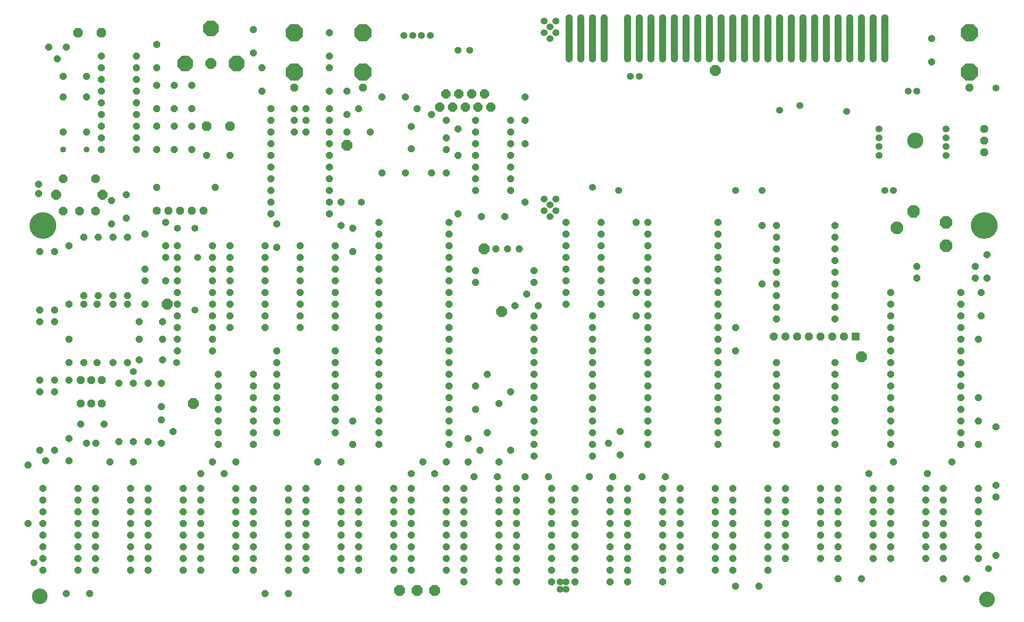
<source format=gts>
G75*
%MOIN*%
%OFA0B0*%
%FSLAX25Y25*%
%IPPOS*%
%LPD*%
%AMOC8*
5,1,8,0,0,1.08239X$1,22.5*
%
%ADD10C,0.13398*%
%ADD11C,0.22800*%
%ADD12C,0.05918*%
%ADD13OC8,0.10800*%
%ADD14OC8,0.06000*%
%ADD15C,0.02160*%
%ADD16OC8,0.08300*%
%ADD17OC8,0.04769*%
%ADD18OC8,0.06800*%
%ADD19C,0.13800*%
%ADD20OC8,0.07296*%
%ADD21OC8,0.08477*%
%ADD22OC8,0.07850*%
%ADD23OC8,0.06737*%
%ADD24R,0.06737X0.06737*%
%ADD25OC8,0.09300*%
%ADD26C,0.05220*%
%ADD27OC8,0.14643*%
%ADD28OC8,0.09050*%
%ADD29OC8,0.13500*%
%ADD30C,0.05950*%
D10*
X0032600Y0027600D03*
X0842600Y0025100D03*
D11*
X0840100Y0345100D03*
X0035100Y0345100D03*
D12*
X0027600Y0056350D03*
X0850100Y0462600D03*
D13*
X0807600Y0347600D03*
X0807600Y0327600D03*
D14*
X0782600Y0310100D03*
X0782600Y0300100D03*
X0760100Y0287600D03*
X0760100Y0277600D03*
X0760100Y0267600D03*
X0760100Y0257600D03*
X0760100Y0247600D03*
X0760100Y0237600D03*
X0760100Y0227600D03*
X0760100Y0217600D03*
X0760100Y0207600D03*
X0760100Y0197600D03*
X0760100Y0187600D03*
X0760100Y0177600D03*
X0760100Y0167600D03*
X0760100Y0157600D03*
X0762600Y0142600D03*
X0741350Y0132600D03*
X0745100Y0120100D03*
X0745100Y0110100D03*
X0745100Y0100100D03*
X0745100Y0090100D03*
X0745100Y0080100D03*
X0745100Y0070100D03*
X0745100Y0060100D03*
X0760100Y0060100D03*
X0760100Y0070100D03*
X0760100Y0080100D03*
X0760100Y0090100D03*
X0760100Y0100100D03*
X0760100Y0110100D03*
X0760100Y0120100D03*
X0790100Y0120100D03*
X0790100Y0110100D03*
X0790100Y0100100D03*
X0790100Y0090100D03*
X0790100Y0080100D03*
X0790100Y0070100D03*
X0790100Y0060100D03*
X0805100Y0060100D03*
X0805100Y0070100D03*
X0805100Y0080100D03*
X0805100Y0090100D03*
X0805100Y0100100D03*
X0805100Y0110100D03*
X0805100Y0120100D03*
X0791350Y0132600D03*
X0812600Y0142600D03*
X0820100Y0157600D03*
X0820100Y0167600D03*
X0820100Y0177600D03*
X0820100Y0187600D03*
X0820100Y0197600D03*
X0820100Y0207600D03*
X0820100Y0217600D03*
X0820100Y0227600D03*
X0820100Y0237600D03*
X0820100Y0247600D03*
X0820100Y0257600D03*
X0820100Y0267600D03*
X0820100Y0277600D03*
X0820100Y0287600D03*
X0837600Y0287600D03*
X0832600Y0300100D03*
X0842600Y0300100D03*
X0832600Y0310100D03*
X0842600Y0320100D03*
X0837600Y0267600D03*
X0835100Y0247600D03*
X0835100Y0197600D03*
X0835100Y0177600D03*
X0850100Y0172600D03*
X0835100Y0157600D03*
X0835100Y0120100D03*
X0835100Y0110100D03*
X0835100Y0100100D03*
X0835100Y0090100D03*
X0835100Y0080100D03*
X0835100Y0070100D03*
X0835100Y0060100D03*
X0850100Y0062600D03*
X0825100Y0042600D03*
X0805100Y0042600D03*
X0735100Y0042600D03*
X0715100Y0042600D03*
X0715100Y0060100D03*
X0715100Y0070100D03*
X0700100Y0070100D03*
X0700100Y0060100D03*
X0700100Y0080100D03*
X0715100Y0080100D03*
X0715100Y0090100D03*
X0700100Y0090100D03*
X0700100Y0100100D03*
X0715100Y0100100D03*
X0715100Y0110100D03*
X0700100Y0110100D03*
X0700100Y0120100D03*
X0715100Y0120100D03*
X0670100Y0120100D03*
X0655100Y0120100D03*
X0655100Y0110100D03*
X0670100Y0110100D03*
X0670100Y0100100D03*
X0655100Y0100100D03*
X0655100Y0090100D03*
X0670100Y0090100D03*
X0670100Y0080100D03*
X0655100Y0080100D03*
X0655100Y0070100D03*
X0655100Y0060100D03*
X0670100Y0060100D03*
X0670100Y0070100D03*
X0655100Y0050100D03*
X0647600Y0036350D03*
X0627600Y0036350D03*
X0625100Y0050100D03*
X0625100Y0060100D03*
X0625100Y0070100D03*
X0625100Y0080100D03*
X0625100Y0090100D03*
X0625100Y0100100D03*
X0625100Y0110100D03*
X0625100Y0120100D03*
X0610100Y0120100D03*
X0610100Y0110100D03*
X0610100Y0100100D03*
X0610100Y0090100D03*
X0610100Y0080100D03*
X0610100Y0070100D03*
X0610100Y0060100D03*
X0610100Y0050100D03*
X0580100Y0050100D03*
X0580100Y0060100D03*
X0580100Y0070100D03*
X0580100Y0080100D03*
X0580100Y0090100D03*
X0580100Y0100100D03*
X0580100Y0110100D03*
X0580100Y0120100D03*
X0567600Y0130100D03*
X0565100Y0120100D03*
X0565100Y0110100D03*
X0565100Y0100100D03*
X0565100Y0090100D03*
X0565100Y0080100D03*
X0565100Y0070100D03*
X0565100Y0060100D03*
X0565100Y0050100D03*
X0565100Y0040100D03*
X0535100Y0040100D03*
X0535100Y0050100D03*
X0535100Y0060100D03*
X0535100Y0070100D03*
X0535100Y0080100D03*
X0535100Y0090100D03*
X0535100Y0100100D03*
X0535100Y0110100D03*
X0535100Y0120100D03*
X0547600Y0130100D03*
X0522600Y0130100D03*
X0520100Y0120100D03*
X0520100Y0110100D03*
X0520100Y0100100D03*
X0520100Y0090100D03*
X0520100Y0080100D03*
X0520100Y0070100D03*
X0520100Y0060100D03*
X0520100Y0050100D03*
X0520100Y0040100D03*
X0490100Y0040100D03*
X0490100Y0050100D03*
X0490100Y0060100D03*
X0490100Y0070100D03*
X0490100Y0080100D03*
X0490100Y0090100D03*
X0490100Y0100100D03*
X0490100Y0110100D03*
X0490100Y0120100D03*
X0502600Y0130100D03*
X0505100Y0147600D03*
X0505100Y0157600D03*
X0505100Y0167600D03*
X0505100Y0177600D03*
X0505100Y0187600D03*
X0505100Y0197600D03*
X0505100Y0207600D03*
X0505100Y0217600D03*
X0505100Y0227600D03*
X0505100Y0237600D03*
X0505100Y0247600D03*
X0505100Y0257600D03*
X0505100Y0267600D03*
X0512600Y0277600D03*
X0512600Y0287600D03*
X0512600Y0297600D03*
X0512600Y0307600D03*
X0512600Y0317600D03*
X0512600Y0327600D03*
X0512600Y0337600D03*
X0512600Y0347600D03*
X0482600Y0347600D03*
X0482600Y0337600D03*
X0482600Y0327600D03*
X0482600Y0317600D03*
X0482600Y0307600D03*
X0482600Y0297600D03*
X0482600Y0287600D03*
X0482600Y0277600D03*
X0458850Y0276350D03*
X0455100Y0267600D03*
X0455100Y0257600D03*
X0455100Y0247600D03*
X0455100Y0237600D03*
X0455100Y0227600D03*
X0455100Y0217600D03*
X0455100Y0207600D03*
X0455100Y0197600D03*
X0455100Y0187600D03*
X0455100Y0177600D03*
X0455100Y0167600D03*
X0455100Y0157600D03*
X0455100Y0147600D03*
X0435100Y0152600D03*
X0425100Y0142600D03*
X0408850Y0152600D03*
X0398850Y0162600D03*
X0382600Y0157600D03*
X0382600Y0167600D03*
X0382600Y0177600D03*
X0382600Y0187600D03*
X0382600Y0197600D03*
X0382600Y0207600D03*
X0382600Y0217600D03*
X0382600Y0227600D03*
X0382600Y0237600D03*
X0382600Y0247600D03*
X0382600Y0257600D03*
X0382600Y0267600D03*
X0382600Y0277600D03*
X0382600Y0287600D03*
X0382600Y0297600D03*
X0382600Y0307600D03*
X0382600Y0317600D03*
X0382600Y0327600D03*
X0382600Y0337600D03*
X0382600Y0347600D03*
X0390100Y0355100D03*
X0410100Y0352600D03*
X0430100Y0352600D03*
X0447600Y0365100D03*
X0435100Y0375100D03*
X0435100Y0385100D03*
X0435100Y0395100D03*
X0435100Y0405100D03*
X0435100Y0415100D03*
X0435100Y0425100D03*
X0435100Y0435100D03*
X0447600Y0435100D03*
X0447600Y0455100D03*
X0405100Y0435100D03*
X0405100Y0425100D03*
X0405100Y0415100D03*
X0405100Y0405100D03*
X0405100Y0395100D03*
X0405100Y0385100D03*
X0405100Y0375100D03*
X0380100Y0390100D03*
X0367600Y0390100D03*
X0345100Y0390100D03*
X0325100Y0390100D03*
X0350100Y0410600D03*
X0380100Y0410100D03*
X0390100Y0405100D03*
X0380100Y0420100D03*
X0390100Y0427600D03*
X0380100Y0435100D03*
X0367600Y0440100D03*
X0355100Y0445100D03*
X0345100Y0455100D03*
X0325100Y0455100D03*
X0305100Y0445100D03*
X0295100Y0440100D03*
X0280100Y0435100D03*
X0280100Y0425100D03*
X0295100Y0425100D03*
X0280100Y0415100D03*
X0280100Y0405100D03*
X0280100Y0395100D03*
X0280100Y0385100D03*
X0280100Y0375100D03*
X0280100Y0365100D03*
X0290100Y0365100D03*
X0280100Y0355100D03*
X0290100Y0345100D03*
X0300100Y0342600D03*
X0322600Y0337600D03*
X0322600Y0327600D03*
X0322600Y0317600D03*
X0322600Y0307600D03*
X0322600Y0297600D03*
X0322600Y0287600D03*
X0322600Y0277600D03*
X0322600Y0267600D03*
X0322600Y0257600D03*
X0322600Y0247600D03*
X0322600Y0237600D03*
X0322600Y0227600D03*
X0322600Y0217600D03*
X0322600Y0207600D03*
X0322600Y0197600D03*
X0322600Y0187600D03*
X0322600Y0177600D03*
X0322600Y0167600D03*
X0322600Y0157600D03*
X0300100Y0157600D03*
X0285100Y0167600D03*
X0285100Y0177600D03*
X0285100Y0187600D03*
X0285100Y0197600D03*
X0285100Y0207600D03*
X0285100Y0217600D03*
X0285100Y0227600D03*
X0285100Y0237600D03*
X0285100Y0257600D03*
X0285100Y0267600D03*
X0285100Y0277600D03*
X0285100Y0287600D03*
X0285100Y0297600D03*
X0285100Y0307600D03*
X0285100Y0317600D03*
X0285100Y0327600D03*
X0300100Y0322600D03*
X0322600Y0347600D03*
X0255100Y0327600D03*
X0255100Y0317600D03*
X0255100Y0307600D03*
X0255100Y0297600D03*
X0255100Y0287600D03*
X0255100Y0277600D03*
X0255100Y0267600D03*
X0255100Y0257600D03*
X0235100Y0237600D03*
X0235100Y0227600D03*
X0235100Y0217600D03*
X0235100Y0207600D03*
X0235100Y0197600D03*
X0235100Y0187600D03*
X0235100Y0177600D03*
X0235100Y0167600D03*
X0215100Y0167600D03*
X0215100Y0157600D03*
X0215100Y0177600D03*
X0215100Y0187600D03*
X0215100Y0197600D03*
X0215100Y0207600D03*
X0215100Y0217600D03*
X0185100Y0217600D03*
X0185100Y0207600D03*
X0185100Y0197600D03*
X0185100Y0187600D03*
X0185100Y0177600D03*
X0185100Y0167600D03*
X0185100Y0157600D03*
X0180100Y0142600D03*
X0170100Y0132600D03*
X0170100Y0120100D03*
X0170100Y0110100D03*
X0170100Y0100100D03*
X0170100Y0090100D03*
X0170100Y0080100D03*
X0170100Y0070100D03*
X0170100Y0060100D03*
X0170100Y0050100D03*
X0155100Y0050100D03*
X0155100Y0060100D03*
X0155100Y0070100D03*
X0155100Y0080100D03*
X0155100Y0090100D03*
X0155100Y0100100D03*
X0155100Y0110100D03*
X0155100Y0120100D03*
X0125100Y0120100D03*
X0125100Y0110100D03*
X0125100Y0100100D03*
X0125100Y0090100D03*
X0125100Y0080100D03*
X0125100Y0070100D03*
X0125100Y0060100D03*
X0125100Y0050100D03*
X0110100Y0050100D03*
X0110100Y0060100D03*
X0110100Y0070100D03*
X0110100Y0080100D03*
X0110100Y0090100D03*
X0110100Y0100100D03*
X0110100Y0110100D03*
X0110100Y0120100D03*
X0080100Y0120100D03*
X0080100Y0110100D03*
X0080100Y0100100D03*
X0080100Y0090100D03*
X0080100Y0080100D03*
X0080100Y0070100D03*
X0080100Y0060100D03*
X0080100Y0050100D03*
X0065100Y0050100D03*
X0065100Y0060100D03*
X0065100Y0070100D03*
X0065100Y0080100D03*
X0065100Y0090100D03*
X0065100Y0100100D03*
X0065100Y0110100D03*
X0065100Y0120100D03*
X0035100Y0120100D03*
X0035100Y0110100D03*
X0035100Y0100100D03*
X0035100Y0090100D03*
X0035100Y0080100D03*
X0035100Y0070100D03*
X0035100Y0060100D03*
X0035100Y0050100D03*
X0055100Y0030100D03*
X0075100Y0030100D03*
X0022600Y0090100D03*
X0022600Y0140100D03*
X0037600Y0143850D03*
X0032600Y0152600D03*
X0045100Y0152600D03*
X0057600Y0162600D03*
X0072350Y0158850D03*
X0080350Y0158850D03*
X0100100Y0160100D03*
X0112600Y0160100D03*
X0125100Y0160100D03*
X0136350Y0158850D03*
X0146350Y0168850D03*
X0136350Y0178850D03*
X0136350Y0190100D03*
X0136350Y0210100D03*
X0125100Y0210100D03*
X0112600Y0210100D03*
X0100100Y0210100D03*
X0095100Y0227600D03*
X0081350Y0227600D03*
X0070100Y0227600D03*
X0057600Y0227600D03*
X0057600Y0212600D03*
X0045100Y0212600D03*
X0045100Y0202600D03*
X0032600Y0202600D03*
X0032600Y0212600D03*
X0057600Y0247600D03*
X0045100Y0262600D03*
X0045100Y0272600D03*
X0057600Y0277600D03*
X0070100Y0277600D03*
X0070100Y0285100D03*
X0082600Y0285100D03*
X0081350Y0277600D03*
X0095100Y0277600D03*
X0095100Y0285100D03*
X0107600Y0285100D03*
X0107600Y0277600D03*
X0122600Y0277600D03*
X0117600Y0262600D03*
X0137600Y0262600D03*
X0150100Y0257600D03*
X0150100Y0247600D03*
X0150100Y0237600D03*
X0137600Y0230100D03*
X0117600Y0230100D03*
X0107600Y0227600D03*
X0117600Y0247600D03*
X0137600Y0247600D03*
X0150100Y0267600D03*
X0150100Y0277600D03*
X0150100Y0287600D03*
X0150100Y0297600D03*
X0140100Y0297600D03*
X0150100Y0307600D03*
X0150100Y0317600D03*
X0140100Y0317600D03*
X0140100Y0327600D03*
X0150100Y0327600D03*
X0122600Y0337600D03*
X0107600Y0335100D03*
X0095100Y0335100D03*
X0082600Y0335100D03*
X0070100Y0335100D03*
X0057600Y0327600D03*
X0045100Y0322600D03*
X0032600Y0322600D03*
X0093850Y0346350D03*
X0106350Y0351350D03*
X0093850Y0366350D03*
X0106350Y0371350D03*
X0132600Y0377600D03*
X0140100Y0347600D03*
X0180100Y0327600D03*
X0180100Y0317600D03*
X0180100Y0307600D03*
X0180100Y0297600D03*
X0180100Y0287600D03*
X0180100Y0277600D03*
X0180100Y0267600D03*
X0180100Y0257600D03*
X0180100Y0247600D03*
X0180100Y0237600D03*
X0195100Y0257600D03*
X0195100Y0267600D03*
X0195100Y0277600D03*
X0195100Y0287600D03*
X0195100Y0297600D03*
X0195100Y0307600D03*
X0195100Y0317600D03*
X0195100Y0327600D03*
X0225100Y0327600D03*
X0235100Y0326350D03*
X0225100Y0317600D03*
X0225100Y0307600D03*
X0225100Y0297600D03*
X0225100Y0287600D03*
X0225100Y0277600D03*
X0225100Y0267600D03*
X0225100Y0257600D03*
X0122600Y0297600D03*
X0122600Y0307600D03*
X0032600Y0272600D03*
X0032600Y0262600D03*
X0067600Y0175100D03*
X0087600Y0175100D03*
X0092600Y0142600D03*
X0112600Y0142600D03*
X0057600Y0143850D03*
X0190100Y0132600D03*
X0200100Y0142600D03*
X0200100Y0120100D03*
X0200100Y0110100D03*
X0200100Y0100100D03*
X0200100Y0090100D03*
X0200100Y0080100D03*
X0200100Y0070100D03*
X0200100Y0060100D03*
X0200100Y0050100D03*
X0215100Y0050100D03*
X0215100Y0060100D03*
X0215100Y0070100D03*
X0215100Y0080100D03*
X0215100Y0090100D03*
X0215100Y0100100D03*
X0215100Y0110100D03*
X0215100Y0120100D03*
X0245100Y0120100D03*
X0260100Y0120100D03*
X0260100Y0110100D03*
X0245100Y0110100D03*
X0245100Y0100100D03*
X0260100Y0100100D03*
X0260100Y0090100D03*
X0245100Y0090100D03*
X0245100Y0080100D03*
X0260100Y0080100D03*
X0260100Y0070100D03*
X0260100Y0060100D03*
X0245100Y0060100D03*
X0245100Y0070100D03*
X0245100Y0050100D03*
X0260100Y0050100D03*
X0245100Y0030100D03*
X0225100Y0030100D03*
X0290100Y0050100D03*
X0305100Y0050100D03*
X0305100Y0060100D03*
X0305100Y0070100D03*
X0290100Y0070100D03*
X0290100Y0060100D03*
X0290100Y0080100D03*
X0305100Y0080100D03*
X0305100Y0090100D03*
X0290100Y0090100D03*
X0290100Y0100100D03*
X0305100Y0100100D03*
X0305100Y0110100D03*
X0290100Y0110100D03*
X0290100Y0120100D03*
X0305100Y0120100D03*
X0290100Y0142600D03*
X0270100Y0142600D03*
X0300100Y0177600D03*
X0360100Y0142600D03*
X0350100Y0132600D03*
X0350100Y0120100D03*
X0350100Y0110100D03*
X0350100Y0100100D03*
X0350100Y0090100D03*
X0350100Y0080100D03*
X0350100Y0070100D03*
X0350100Y0060100D03*
X0350100Y0050100D03*
X0335100Y0050100D03*
X0335100Y0060100D03*
X0335100Y0070100D03*
X0335100Y0080100D03*
X0335100Y0090100D03*
X0335100Y0100100D03*
X0335100Y0110100D03*
X0335100Y0120100D03*
X0370100Y0132600D03*
X0380100Y0142600D03*
X0398850Y0142600D03*
X0403850Y0130100D03*
X0395100Y0120100D03*
X0395100Y0110100D03*
X0395100Y0100100D03*
X0395100Y0090100D03*
X0395100Y0080100D03*
X0395100Y0070100D03*
X0395100Y0060100D03*
X0395100Y0050100D03*
X0395100Y0040100D03*
X0380100Y0050100D03*
X0380100Y0060100D03*
X0380100Y0070100D03*
X0380100Y0080100D03*
X0380100Y0090100D03*
X0380100Y0100100D03*
X0380100Y0110100D03*
X0380100Y0120100D03*
X0423850Y0130100D03*
X0425100Y0120100D03*
X0425100Y0110100D03*
X0425100Y0100100D03*
X0425100Y0090100D03*
X0425100Y0080100D03*
X0425100Y0070100D03*
X0425100Y0060100D03*
X0425100Y0050100D03*
X0425100Y0040100D03*
X0440100Y0040100D03*
X0440100Y0050100D03*
X0440100Y0060100D03*
X0440100Y0070100D03*
X0440100Y0080100D03*
X0440100Y0090100D03*
X0440100Y0100100D03*
X0440100Y0110100D03*
X0440100Y0120100D03*
X0447600Y0130100D03*
X0467600Y0130100D03*
X0470100Y0120100D03*
X0470100Y0110100D03*
X0470100Y0100100D03*
X0470100Y0090100D03*
X0470100Y0080100D03*
X0470100Y0070100D03*
X0470100Y0060100D03*
X0470100Y0050100D03*
X0470100Y0040100D03*
X0528850Y0148850D03*
X0518850Y0158850D03*
X0528850Y0168850D03*
X0552600Y0167600D03*
X0552600Y0157600D03*
X0552600Y0177600D03*
X0552600Y0187600D03*
X0552600Y0197600D03*
X0552600Y0207600D03*
X0552600Y0217600D03*
X0552600Y0227600D03*
X0552600Y0237600D03*
X0552600Y0247600D03*
X0552600Y0257600D03*
X0552600Y0267600D03*
X0542600Y0267600D03*
X0552600Y0277600D03*
X0552600Y0287600D03*
X0552600Y0297600D03*
X0542600Y0297600D03*
X0542600Y0287600D03*
X0552600Y0307600D03*
X0552600Y0317600D03*
X0552600Y0327600D03*
X0552600Y0337600D03*
X0552600Y0347600D03*
X0542600Y0347600D03*
X0612600Y0347600D03*
X0612600Y0337600D03*
X0612600Y0327600D03*
X0612600Y0317600D03*
X0612600Y0307600D03*
X0612600Y0297600D03*
X0612600Y0287600D03*
X0612600Y0277600D03*
X0612600Y0267600D03*
X0612600Y0257600D03*
X0627600Y0257600D03*
X0612600Y0247600D03*
X0612600Y0237600D03*
X0627600Y0237600D03*
X0612600Y0227600D03*
X0612600Y0217600D03*
X0612600Y0207600D03*
X0612600Y0197600D03*
X0612600Y0187600D03*
X0612600Y0177600D03*
X0612600Y0167600D03*
X0612600Y0157600D03*
X0662600Y0157600D03*
X0662600Y0167600D03*
X0662600Y0177600D03*
X0662600Y0187600D03*
X0662600Y0197600D03*
X0662600Y0207600D03*
X0662600Y0217600D03*
X0662600Y0227600D03*
X0712600Y0227600D03*
X0712600Y0217600D03*
X0712600Y0207600D03*
X0712600Y0197600D03*
X0712600Y0187600D03*
X0712600Y0177600D03*
X0712600Y0167600D03*
X0712600Y0157600D03*
X0850100Y0122600D03*
X0850100Y0112600D03*
X0712600Y0265100D03*
X0712600Y0275100D03*
X0712600Y0285100D03*
X0712600Y0295100D03*
X0712600Y0305100D03*
X0712600Y0315100D03*
X0712600Y0325100D03*
X0712600Y0335100D03*
X0712600Y0345100D03*
X0662600Y0345100D03*
X0650100Y0345100D03*
X0662600Y0335100D03*
X0662600Y0325100D03*
X0662600Y0315100D03*
X0662600Y0305100D03*
X0662600Y0295100D03*
X0650100Y0295100D03*
X0662600Y0285100D03*
X0662600Y0275100D03*
X0662600Y0265100D03*
X0455100Y0296350D03*
X0455100Y0306350D03*
X0442600Y0325100D03*
X0432600Y0325100D03*
X0422600Y0325100D03*
X0405100Y0306350D03*
X0405100Y0296350D03*
X0438850Y0276350D03*
X0448850Y0286350D03*
X0415100Y0217600D03*
X0405100Y0207600D03*
X0425100Y0192600D03*
X0435100Y0202600D03*
X0405100Y0187600D03*
X0415100Y0167600D03*
X0235100Y0346350D03*
X0230100Y0355100D03*
X0230100Y0365100D03*
X0230100Y0375100D03*
X0230100Y0385100D03*
X0230100Y0395100D03*
X0230100Y0405100D03*
X0230100Y0415100D03*
X0230100Y0425100D03*
X0230100Y0435100D03*
X0230100Y0445100D03*
X0222600Y0460100D03*
X0250100Y0445100D03*
X0260100Y0445100D03*
X0260100Y0435100D03*
X0250100Y0435100D03*
X0250100Y0425100D03*
X0260100Y0425100D03*
X0280100Y0445100D03*
X0280100Y0460100D03*
X0295100Y0460100D03*
X0280100Y0480100D03*
X0280100Y0490100D03*
X0280100Y0510100D03*
X0222600Y0480100D03*
X0215100Y0492600D03*
X0215100Y0512600D03*
X0162600Y0465100D03*
X0147600Y0465100D03*
X0132600Y0465100D03*
X0115100Y0460100D03*
X0115100Y0450100D03*
X0115100Y0440100D03*
X0115100Y0430100D03*
X0115100Y0420100D03*
X0115100Y0410100D03*
X0132600Y0410100D03*
X0147600Y0410100D03*
X0162600Y0410100D03*
X0175100Y0405100D03*
X0195100Y0405100D03*
X0182600Y0377600D03*
X0162600Y0430100D03*
X0147600Y0430100D03*
X0132600Y0430100D03*
X0132600Y0445100D03*
X0147600Y0445100D03*
X0162600Y0445100D03*
X0115100Y0470100D03*
X0115100Y0480100D03*
X0115100Y0490100D03*
X0132600Y0480100D03*
X0132600Y0500100D03*
X0085100Y0490100D03*
X0085100Y0480100D03*
X0072600Y0472600D03*
X0085100Y0470100D03*
X0085100Y0460100D03*
X0085100Y0450100D03*
X0072600Y0455100D03*
X0085100Y0440100D03*
X0085100Y0430100D03*
X0072600Y0425100D03*
X0085100Y0420100D03*
X0085100Y0410100D03*
X0052600Y0425100D03*
X0052600Y0455100D03*
X0052600Y0472600D03*
X0047600Y0487600D03*
X0040100Y0497600D03*
X0055100Y0497600D03*
X0031350Y0380350D03*
X0031350Y0372350D03*
X0315100Y0425100D03*
X0350100Y0429600D03*
X0447600Y0415100D03*
X0795100Y0485100D03*
X0795100Y0505100D03*
D15*
X0776432Y0356462D02*
X0775352Y0355382D01*
X0775352Y0358960D01*
X0777882Y0361490D01*
X0781460Y0361490D01*
X0783990Y0358960D01*
X0783990Y0355382D01*
X0781460Y0352852D01*
X0777882Y0352852D01*
X0775352Y0355382D01*
X0776972Y0356053D01*
X0776972Y0358289D01*
X0778553Y0359870D01*
X0780789Y0359870D01*
X0782370Y0358289D01*
X0782370Y0356053D01*
X0780789Y0354472D01*
X0778553Y0354472D01*
X0776972Y0356053D01*
X0778592Y0356724D01*
X0778592Y0357618D01*
X0779224Y0358250D01*
X0780118Y0358250D01*
X0780750Y0357618D01*
X0780750Y0356724D01*
X0780118Y0356092D01*
X0779224Y0356092D01*
X0778592Y0356724D01*
X0762290Y0342320D02*
X0761210Y0341240D01*
X0761210Y0344818D01*
X0763740Y0347348D01*
X0767318Y0347348D01*
X0769848Y0344818D01*
X0769848Y0341240D01*
X0767318Y0338710D01*
X0763740Y0338710D01*
X0761210Y0341240D01*
X0762830Y0341911D01*
X0762830Y0344147D01*
X0764411Y0345728D01*
X0766647Y0345728D01*
X0768228Y0344147D01*
X0768228Y0341911D01*
X0766647Y0340330D01*
X0764411Y0340330D01*
X0762830Y0341911D01*
X0764450Y0342582D01*
X0764450Y0343476D01*
X0765082Y0344108D01*
X0765976Y0344108D01*
X0766608Y0343476D01*
X0766608Y0342582D01*
X0765976Y0341950D01*
X0765082Y0341950D01*
X0764450Y0342582D01*
D16*
X0195100Y0430100D03*
X0175100Y0430100D03*
X0085100Y0510100D03*
X0065100Y0510100D03*
D17*
X0072600Y0410100D03*
X0052600Y0410100D03*
D18*
X0067350Y0212600D03*
X0076350Y0212600D03*
X0085350Y0212600D03*
X0085350Y0192600D03*
X0076350Y0192600D03*
X0067350Y0192600D03*
X0840100Y0407600D03*
X0840100Y0417600D03*
X0840100Y0427600D03*
D19*
X0781100Y0417600D03*
D20*
X0080208Y0385208D03*
X0052492Y0385208D03*
X0052492Y0357492D03*
X0066350Y0357492D03*
X0080208Y0357492D03*
D21*
X0086114Y0371350D03*
X0046586Y0371350D03*
D22*
X0374550Y0446359D03*
X0385450Y0446359D03*
X0396350Y0446359D03*
X0407250Y0446359D03*
X0418150Y0446359D03*
X0412700Y0457555D03*
X0401800Y0457555D03*
X0390900Y0457555D03*
X0380000Y0457555D03*
D23*
X0308850Y0462915D03*
X0250100Y0462915D03*
X0172600Y0357600D03*
X0162600Y0357600D03*
X0152600Y0357600D03*
X0142600Y0357600D03*
X0132600Y0357600D03*
X0660100Y0250100D03*
X0670100Y0250100D03*
X0680100Y0250100D03*
X0690100Y0250100D03*
X0700100Y0250100D03*
X0710100Y0250100D03*
X0720100Y0250100D03*
X0827600Y0462915D03*
D24*
X0730100Y0250100D03*
D25*
X0735100Y0232600D03*
X0427600Y0271350D03*
X0412600Y0325100D03*
X0295100Y0413850D03*
X0141350Y0277600D03*
X0163850Y0192600D03*
X0340100Y0032600D03*
X0355100Y0032600D03*
X0370100Y0032600D03*
X0610100Y0477600D03*
D26*
X0605390Y0487310D02*
X0605390Y0522890D01*
X0605390Y0487310D02*
X0604810Y0487310D01*
X0604810Y0522890D01*
X0605390Y0522890D01*
X0605390Y0492529D02*
X0604810Y0492529D01*
X0604810Y0497748D02*
X0605390Y0497748D01*
X0605390Y0502967D02*
X0604810Y0502967D01*
X0604810Y0508186D02*
X0605390Y0508186D01*
X0605390Y0513405D02*
X0604810Y0513405D01*
X0604810Y0518624D02*
X0605390Y0518624D01*
X0615390Y0522890D02*
X0615390Y0487310D01*
X0614810Y0487310D01*
X0614810Y0522890D01*
X0615390Y0522890D01*
X0615390Y0492529D02*
X0614810Y0492529D01*
X0614810Y0497748D02*
X0615390Y0497748D01*
X0615390Y0502967D02*
X0614810Y0502967D01*
X0614810Y0508186D02*
X0615390Y0508186D01*
X0615390Y0513405D02*
X0614810Y0513405D01*
X0614810Y0518624D02*
X0615390Y0518624D01*
X0625390Y0522890D02*
X0625390Y0487310D01*
X0624810Y0487310D01*
X0624810Y0522890D01*
X0625390Y0522890D01*
X0625390Y0492529D02*
X0624810Y0492529D01*
X0624810Y0497748D02*
X0625390Y0497748D01*
X0625390Y0502967D02*
X0624810Y0502967D01*
X0624810Y0508186D02*
X0625390Y0508186D01*
X0625390Y0513405D02*
X0624810Y0513405D01*
X0624810Y0518624D02*
X0625390Y0518624D01*
X0635390Y0522890D02*
X0635390Y0487310D01*
X0634810Y0487310D01*
X0634810Y0522890D01*
X0635390Y0522890D01*
X0635390Y0492529D02*
X0634810Y0492529D01*
X0634810Y0497748D02*
X0635390Y0497748D01*
X0635390Y0502967D02*
X0634810Y0502967D01*
X0634810Y0508186D02*
X0635390Y0508186D01*
X0635390Y0513405D02*
X0634810Y0513405D01*
X0634810Y0518624D02*
X0635390Y0518624D01*
X0645390Y0522890D02*
X0645390Y0487310D01*
X0644810Y0487310D01*
X0644810Y0522890D01*
X0645390Y0522890D01*
X0645390Y0492529D02*
X0644810Y0492529D01*
X0644810Y0497748D02*
X0645390Y0497748D01*
X0645390Y0502967D02*
X0644810Y0502967D01*
X0644810Y0508186D02*
X0645390Y0508186D01*
X0645390Y0513405D02*
X0644810Y0513405D01*
X0644810Y0518624D02*
X0645390Y0518624D01*
X0655390Y0522890D02*
X0655390Y0487310D01*
X0654810Y0487310D01*
X0654810Y0522890D01*
X0655390Y0522890D01*
X0655390Y0492529D02*
X0654810Y0492529D01*
X0654810Y0497748D02*
X0655390Y0497748D01*
X0655390Y0502967D02*
X0654810Y0502967D01*
X0654810Y0508186D02*
X0655390Y0508186D01*
X0655390Y0513405D02*
X0654810Y0513405D01*
X0654810Y0518624D02*
X0655390Y0518624D01*
X0665390Y0522890D02*
X0665390Y0487310D01*
X0664810Y0487310D01*
X0664810Y0522890D01*
X0665390Y0522890D01*
X0665390Y0492529D02*
X0664810Y0492529D01*
X0664810Y0497748D02*
X0665390Y0497748D01*
X0665390Y0502967D02*
X0664810Y0502967D01*
X0664810Y0508186D02*
X0665390Y0508186D01*
X0665390Y0513405D02*
X0664810Y0513405D01*
X0664810Y0518624D02*
X0665390Y0518624D01*
X0675390Y0522890D02*
X0675390Y0487310D01*
X0674810Y0487310D01*
X0674810Y0522890D01*
X0675390Y0522890D01*
X0675390Y0492529D02*
X0674810Y0492529D01*
X0674810Y0497748D02*
X0675390Y0497748D01*
X0675390Y0502967D02*
X0674810Y0502967D01*
X0674810Y0508186D02*
X0675390Y0508186D01*
X0675390Y0513405D02*
X0674810Y0513405D01*
X0674810Y0518624D02*
X0675390Y0518624D01*
X0685390Y0522890D02*
X0685390Y0487310D01*
X0684810Y0487310D01*
X0684810Y0522890D01*
X0685390Y0522890D01*
X0685390Y0492529D02*
X0684810Y0492529D01*
X0684810Y0497748D02*
X0685390Y0497748D01*
X0685390Y0502967D02*
X0684810Y0502967D01*
X0684810Y0508186D02*
X0685390Y0508186D01*
X0685390Y0513405D02*
X0684810Y0513405D01*
X0684810Y0518624D02*
X0685390Y0518624D01*
X0695390Y0522890D02*
X0695390Y0487310D01*
X0694810Y0487310D01*
X0694810Y0522890D01*
X0695390Y0522890D01*
X0695390Y0492529D02*
X0694810Y0492529D01*
X0694810Y0497748D02*
X0695390Y0497748D01*
X0695390Y0502967D02*
X0694810Y0502967D01*
X0694810Y0508186D02*
X0695390Y0508186D01*
X0695390Y0513405D02*
X0694810Y0513405D01*
X0694810Y0518624D02*
X0695390Y0518624D01*
X0705390Y0522890D02*
X0705390Y0487310D01*
X0704810Y0487310D01*
X0704810Y0522890D01*
X0705390Y0522890D01*
X0705390Y0492529D02*
X0704810Y0492529D01*
X0704810Y0497748D02*
X0705390Y0497748D01*
X0705390Y0502967D02*
X0704810Y0502967D01*
X0704810Y0508186D02*
X0705390Y0508186D01*
X0705390Y0513405D02*
X0704810Y0513405D01*
X0704810Y0518624D02*
X0705390Y0518624D01*
X0715390Y0522890D02*
X0715390Y0487310D01*
X0714810Y0487310D01*
X0714810Y0522890D01*
X0715390Y0522890D01*
X0715390Y0492529D02*
X0714810Y0492529D01*
X0714810Y0497748D02*
X0715390Y0497748D01*
X0715390Y0502967D02*
X0714810Y0502967D01*
X0714810Y0508186D02*
X0715390Y0508186D01*
X0715390Y0513405D02*
X0714810Y0513405D01*
X0714810Y0518624D02*
X0715390Y0518624D01*
X0725390Y0522890D02*
X0725390Y0487310D01*
X0724810Y0487310D01*
X0724810Y0522890D01*
X0725390Y0522890D01*
X0725390Y0492529D02*
X0724810Y0492529D01*
X0724810Y0497748D02*
X0725390Y0497748D01*
X0725390Y0502967D02*
X0724810Y0502967D01*
X0724810Y0508186D02*
X0725390Y0508186D01*
X0725390Y0513405D02*
X0724810Y0513405D01*
X0724810Y0518624D02*
X0725390Y0518624D01*
X0735390Y0522890D02*
X0735390Y0487310D01*
X0734810Y0487310D01*
X0734810Y0522890D01*
X0735390Y0522890D01*
X0735390Y0492529D02*
X0734810Y0492529D01*
X0734810Y0497748D02*
X0735390Y0497748D01*
X0735390Y0502967D02*
X0734810Y0502967D01*
X0734810Y0508186D02*
X0735390Y0508186D01*
X0735390Y0513405D02*
X0734810Y0513405D01*
X0734810Y0518624D02*
X0735390Y0518624D01*
X0745390Y0522890D02*
X0745390Y0487310D01*
X0744810Y0487310D01*
X0744810Y0522890D01*
X0745390Y0522890D01*
X0745390Y0492529D02*
X0744810Y0492529D01*
X0744810Y0497748D02*
X0745390Y0497748D01*
X0745390Y0502967D02*
X0744810Y0502967D01*
X0744810Y0508186D02*
X0745390Y0508186D01*
X0745390Y0513405D02*
X0744810Y0513405D01*
X0744810Y0518624D02*
X0745390Y0518624D01*
X0755390Y0522890D02*
X0755390Y0487310D01*
X0754810Y0487310D01*
X0754810Y0522890D01*
X0755390Y0522890D01*
X0755390Y0492529D02*
X0754810Y0492529D01*
X0754810Y0497748D02*
X0755390Y0497748D01*
X0755390Y0502967D02*
X0754810Y0502967D01*
X0754810Y0508186D02*
X0755390Y0508186D01*
X0755390Y0513405D02*
X0754810Y0513405D01*
X0754810Y0518624D02*
X0755390Y0518624D01*
X0595390Y0522890D02*
X0595390Y0487310D01*
X0594810Y0487310D01*
X0594810Y0522890D01*
X0595390Y0522890D01*
X0595390Y0492529D02*
X0594810Y0492529D01*
X0594810Y0497748D02*
X0595390Y0497748D01*
X0595390Y0502967D02*
X0594810Y0502967D01*
X0594810Y0508186D02*
X0595390Y0508186D01*
X0595390Y0513405D02*
X0594810Y0513405D01*
X0594810Y0518624D02*
X0595390Y0518624D01*
X0585390Y0522890D02*
X0585390Y0487310D01*
X0584810Y0487310D01*
X0584810Y0522890D01*
X0585390Y0522890D01*
X0585390Y0492529D02*
X0584810Y0492529D01*
X0584810Y0497748D02*
X0585390Y0497748D01*
X0585390Y0502967D02*
X0584810Y0502967D01*
X0584810Y0508186D02*
X0585390Y0508186D01*
X0585390Y0513405D02*
X0584810Y0513405D01*
X0584810Y0518624D02*
X0585390Y0518624D01*
X0575390Y0522890D02*
X0575390Y0487310D01*
X0574810Y0487310D01*
X0574810Y0522890D01*
X0575390Y0522890D01*
X0575390Y0492529D02*
X0574810Y0492529D01*
X0574810Y0497748D02*
X0575390Y0497748D01*
X0575390Y0502967D02*
X0574810Y0502967D01*
X0574810Y0508186D02*
X0575390Y0508186D01*
X0575390Y0513405D02*
X0574810Y0513405D01*
X0574810Y0518624D02*
X0575390Y0518624D01*
X0565390Y0522890D02*
X0565390Y0487310D01*
X0564810Y0487310D01*
X0564810Y0522890D01*
X0565390Y0522890D01*
X0565390Y0492529D02*
X0564810Y0492529D01*
X0564810Y0497748D02*
X0565390Y0497748D01*
X0565390Y0502967D02*
X0564810Y0502967D01*
X0564810Y0508186D02*
X0565390Y0508186D01*
X0565390Y0513405D02*
X0564810Y0513405D01*
X0564810Y0518624D02*
X0565390Y0518624D01*
X0555390Y0522890D02*
X0555390Y0487310D01*
X0554810Y0487310D01*
X0554810Y0522890D01*
X0555390Y0522890D01*
X0555390Y0492529D02*
X0554810Y0492529D01*
X0554810Y0497748D02*
X0555390Y0497748D01*
X0555390Y0502967D02*
X0554810Y0502967D01*
X0554810Y0508186D02*
X0555390Y0508186D01*
X0555390Y0513405D02*
X0554810Y0513405D01*
X0554810Y0518624D02*
X0555390Y0518624D01*
X0545390Y0522890D02*
X0545390Y0487310D01*
X0544810Y0487310D01*
X0544810Y0522890D01*
X0545390Y0522890D01*
X0545390Y0492529D02*
X0544810Y0492529D01*
X0544810Y0497748D02*
X0545390Y0497748D01*
X0545390Y0502967D02*
X0544810Y0502967D01*
X0544810Y0508186D02*
X0545390Y0508186D01*
X0545390Y0513405D02*
X0544810Y0513405D01*
X0544810Y0518624D02*
X0545390Y0518624D01*
X0535390Y0522890D02*
X0535390Y0487310D01*
X0534810Y0487310D01*
X0534810Y0522890D01*
X0535390Y0522890D01*
X0535390Y0492529D02*
X0534810Y0492529D01*
X0534810Y0497748D02*
X0535390Y0497748D01*
X0535390Y0502967D02*
X0534810Y0502967D01*
X0534810Y0508186D02*
X0535390Y0508186D01*
X0535390Y0513405D02*
X0534810Y0513405D01*
X0534810Y0518624D02*
X0535390Y0518624D01*
X0515390Y0522890D02*
X0515390Y0487310D01*
X0514810Y0487310D01*
X0514810Y0522890D01*
X0515390Y0522890D01*
X0515390Y0492529D02*
X0514810Y0492529D01*
X0514810Y0497748D02*
X0515390Y0497748D01*
X0515390Y0502967D02*
X0514810Y0502967D01*
X0514810Y0508186D02*
X0515390Y0508186D01*
X0515390Y0513405D02*
X0514810Y0513405D01*
X0514810Y0518624D02*
X0515390Y0518624D01*
X0505390Y0522890D02*
X0505390Y0487310D01*
X0504810Y0487310D01*
X0504810Y0522890D01*
X0505390Y0522890D01*
X0505390Y0492529D02*
X0504810Y0492529D01*
X0504810Y0497748D02*
X0505390Y0497748D01*
X0505390Y0502967D02*
X0504810Y0502967D01*
X0504810Y0508186D02*
X0505390Y0508186D01*
X0505390Y0513405D02*
X0504810Y0513405D01*
X0504810Y0518624D02*
X0505390Y0518624D01*
X0495390Y0522890D02*
X0495390Y0487310D01*
X0494810Y0487310D01*
X0494810Y0522890D01*
X0495390Y0522890D01*
X0495390Y0492529D02*
X0494810Y0492529D01*
X0494810Y0497748D02*
X0495390Y0497748D01*
X0495390Y0502967D02*
X0494810Y0502967D01*
X0494810Y0508186D02*
X0495390Y0508186D01*
X0495390Y0513405D02*
X0494810Y0513405D01*
X0494810Y0518624D02*
X0495390Y0518624D01*
X0485390Y0522890D02*
X0485390Y0487310D01*
X0484810Y0487310D01*
X0484810Y0522890D01*
X0485390Y0522890D01*
X0485390Y0492529D02*
X0484810Y0492529D01*
X0484810Y0497748D02*
X0485390Y0497748D01*
X0485390Y0502967D02*
X0484810Y0502967D01*
X0484810Y0508186D02*
X0485390Y0508186D01*
X0485390Y0513405D02*
X0484810Y0513405D01*
X0484810Y0518624D02*
X0485390Y0518624D01*
D27*
X0308850Y0510100D03*
X0308850Y0476360D03*
X0250100Y0476360D03*
X0250100Y0510100D03*
X0827600Y0510100D03*
X0827600Y0476360D03*
D28*
X0178850Y0483850D03*
D29*
X0156850Y0483850D03*
X0178850Y0513850D03*
X0200850Y0483850D03*
D30*
X0343850Y0507600D03*
X0351350Y0507600D03*
X0358850Y0507600D03*
X0366350Y0507600D03*
X0390100Y0495100D03*
X0400100Y0495100D03*
X0463850Y0510100D03*
X0468850Y0505100D03*
X0473850Y0510100D03*
X0468850Y0515100D03*
X0463850Y0520100D03*
X0473850Y0520100D03*
X0537600Y0472600D03*
X0545100Y0472600D03*
X0665100Y0443850D03*
X0682600Y0447600D03*
X0722600Y0442600D03*
X0750100Y0427600D03*
X0750100Y0420100D03*
X0750100Y0412600D03*
X0750100Y0405100D03*
X0755100Y0375100D03*
X0762600Y0375100D03*
X0807600Y0405100D03*
X0807600Y0412600D03*
X0807600Y0420100D03*
X0807600Y0427600D03*
X0782600Y0460100D03*
X0775100Y0460100D03*
X0650100Y0375100D03*
X0627600Y0375100D03*
X0527600Y0375100D03*
X0505100Y0377600D03*
X0473850Y0367600D03*
X0468850Y0362600D03*
X0463850Y0357600D03*
X0468850Y0352600D03*
X0473850Y0357600D03*
X0463850Y0367600D03*
X0307600Y0365100D03*
X0167600Y0317600D03*
X0165100Y0342600D03*
X0150100Y0342600D03*
X0165100Y0272600D03*
X0149475Y0227600D03*
X0112600Y0220100D03*
X0477600Y0040100D03*
X0482600Y0040100D03*
X0482600Y0033850D03*
X0477600Y0033850D03*
X0843850Y0051350D03*
M02*

</source>
